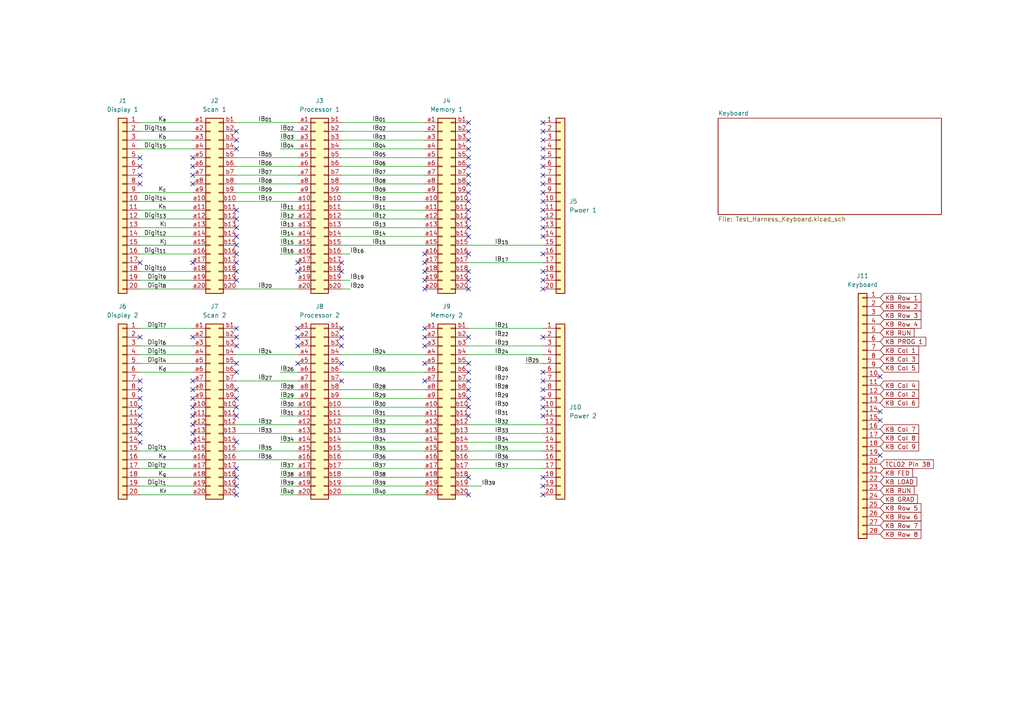
<source format=kicad_sch>
(kicad_sch (version 20250114) (generator "eeschema") (generator_version "9.0")
  (paper "A4")
  (lib_symbols
    (symbol "Connector_Generic:Conn_01x20" (pin_names (offset 1.016) (hide yes))
      (property "Reference" "J" (at 0 25.4 0))
      (property "Value" "Conn_01x20" (at 0 -27.94 0))
      (symbol "Conn_01x20_1_1"
        (rectangle (start -1.27 24.13) (end 1.27 -26.67) (stroke (width 0.254)) (fill (type background)))
        (rectangle (start -1.27 22.987) (end 0 22.733) (stroke (width 0.1524)))
        (rectangle (start -1.27 20.447) (end 0 20.193) (stroke (width 0.1524)))
        (rectangle (start -1.27 17.907) (end 0 17.653) (stroke (width 0.1524)))
        (rectangle (start -1.27 15.367) (end 0 15.113) (stroke (width 0.1524)))
        (rectangle (start -1.27 12.827) (end 0 12.573) (stroke (width 0.1524)))
        (rectangle (start -1.27 10.287) (end 0 10.033) (stroke (width 0.1524)))
        (rectangle (start -1.27 7.747) (end 0 7.493) (stroke (width 0.1524)))
        (rectangle (start -1.27 5.207) (end 0 4.953) (stroke (width 0.1524)))
        (rectangle (start -1.27 2.667) (end 0 2.413) (stroke (width 0.1524)))
        (rectangle (start -1.27 0.127) (end 0 -0.127) (stroke (width 0.1524)))
        (rectangle (start -1.27 -2.413) (end 0 -2.667) (stroke (width 0.1524)))
        (rectangle (start -1.27 -4.953) (end 0 -5.207) (stroke (width 0.1524)))
        (rectangle (start -1.27 -7.493) (end 0 -7.747) (stroke (width 0.1524)))
        (rectangle (start -1.27 -10.033) (end 0 -10.287) (stroke (width 0.1524)))
        (rectangle (start -1.27 -12.573) (end 0 -12.827) (stroke (width 0.1524)))
        (rectangle (start -1.27 -15.113) (end 0 -15.367) (stroke (width 0.1524)))
        (rectangle (start -1.27 -17.653) (end 0 -17.907) (stroke (width 0.1524)))
        (rectangle (start -1.27 -20.193) (end 0 -20.447) (stroke (width 0.1524)))
        (rectangle (start -1.27 -22.733) (end 0 -22.987) (stroke (width 0.1524)))
        (rectangle (start -1.27 -25.273) (end 0 -25.527) (stroke (width 0.1524)))
        (pin passive line (at -5.08 22.86 0) (length 3.81) (name "Pin_1") (number "1"))
        (pin passive line (at -5.08 20.32 0) (length 3.81) (name "Pin_2") (number "2"))
        (pin passive line (at -5.08 17.78 0) (length 3.81) (name "Pin_3") (number "3"))
        (pin passive line (at -5.08 15.24 0) (length 3.81) (name "Pin_4") (number "4"))
        (pin passive line (at -5.08 12.7 0) (length 3.81) (name "Pin_5") (number "5"))
        (pin passive line (at -5.08 10.16 0) (length 3.81) (name "Pin_6") (number "6"))
        (pin passive line (at -5.08 7.62 0) (length 3.81) (name "Pin_7") (number "7"))
        (pin passive line (at -5.08 5.08 0) (length 3.81) (name "Pin_8") (number "8"))
        (pin passive line (at -5.08 2.54 0) (length 3.81) (name "Pin_9") (number "9"))
        (pin passive line (at -5.08 0 0) (length 3.81) (name "Pin_10") (number "10"))
        (pin passive line (at -5.08 -2.54 0) (length 3.81) (name "Pin_11") (number "11"))
        (pin passive line (at -5.08 -5.08 0) (length 3.81) (name "Pin_12") (number "12"))
        (pin passive line (at -5.08 -7.62 0) (length 3.81) (name "Pin_13") (number "13"))
        (pin passive line (at -5.08 -10.16 0) (length 3.81) (name "Pin_14") (number "14"))
        (pin passive line (at -5.08 -12.7 0) (length 3.81) (name "Pin_15") (number "15"))
        (pin passive line (at -5.08 -15.24 0) (length 3.81) (name "Pin_16") (number "16"))
        (pin passive line (at -5.08 -17.78 0) (length 3.81) (name "Pin_17") (number "17"))
        (pin passive line (at -5.08 -20.32 0) (length 3.81) (name "Pin_18") (number "18"))
        (pin passive line (at -5.08 -22.86 0) (length 3.81) (name "Pin_19") (number "19"))
        (pin passive line (at -5.08 -25.4 0) (length 3.81) (name "Pin_20") (number "20"))
      )
    )
    (symbol "Connector_Generic:Conn_01x28" (pin_names (offset 1.016) (hide yes))
      (property "Reference" "J" (at 0 35.56 0))
      (property "Value" "Conn_01x28" (at 0 -38.1 0))
      (symbol "Conn_01x28_1_1"
        (rectangle (start -1.27 34.29) (end 1.27 -36.83) (stroke (width 0.254)) (fill (type background)))
        (rectangle (start -1.27 33.147) (end 0 32.893) (stroke (width 0.1524)))
        (rectangle (start -1.27 30.607) (end 0 30.353) (stroke (width 0.1524)))
        (rectangle (start -1.27 28.067) (end 0 27.813) (stroke (width 0.1524)))
        (rectangle (start -1.27 25.527) (end 0 25.273) (stroke (width 0.1524)))
        (rectangle (start -1.27 22.987) (end 0 22.733) (stroke (width 0.1524)))
        (rectangle (start -1.27 20.447) (end 0 20.193) (stroke (width 0.1524)))
        (rectangle (start -1.27 17.907) (end 0 17.653) (stroke (width 0.1524)))
        (rectangle (start -1.27 15.367) (end 0 15.113) (stroke (width 0.1524)))
        (rectangle (start -1.27 12.827) (end 0 12.573) (stroke (width 0.1524)))
        (rectangle (start -1.27 10.287) (end 0 10.033) (stroke (width 0.1524)))
        (rectangle (start -1.27 7.747) (end 0 7.493) (stroke (width 0.1524)))
        (rectangle (start -1.27 5.207) (end 0 4.953) (stroke (width 0.1524)))
        (rectangle (start -1.27 2.667) (end 0 2.413) (stroke (width 0.1524)))
        (rectangle (start -1.27 0.127) (end 0 -0.127) (stroke (width 0.1524)))
        (rectangle (start -1.27 -2.413) (end 0 -2.667) (stroke (width 0.1524)))
        (rectangle (start -1.27 -4.953) (end 0 -5.207) (stroke (width 0.1524)))
        (rectangle (start -1.27 -7.493) (end 0 -7.747) (stroke (width 0.1524)))
        (rectangle (start -1.27 -10.033) (end 0 -10.287) (stroke (width 0.1524)))
        (rectangle (start -1.27 -12.573) (end 0 -12.827) (stroke (width 0.1524)))
        (rectangle (start -1.27 -15.113) (end 0 -15.367) (stroke (width 0.1524)))
        (rectangle (start -1.27 -17.653) (end 0 -17.907) (stroke (width 0.1524)))
        (rectangle (start -1.27 -20.193) (end 0 -20.447) (stroke (width 0.1524)))
        (rectangle (start -1.27 -22.733) (end 0 -22.987) (stroke (width 0.1524)))
        (rectangle (start -1.27 -25.273) (end 0 -25.527) (stroke (width 0.1524)))
        (rectangle (start -1.27 -27.813) (end 0 -28.067) (stroke (width 0.1524)))
        (rectangle (start -1.27 -30.353) (end 0 -30.607) (stroke (width 0.1524)))
        (rectangle (start -1.27 -32.893) (end 0 -33.147) (stroke (width 0.1524)))
        (rectangle (start -1.27 -35.433) (end 0 -35.687) (stroke (width 0.1524)))
        (pin passive line (at -5.08 33.02 0) (length 3.81) (name "Pin_1") (number "1"))
        (pin passive line (at -5.08 30.48 0) (length 3.81) (name "Pin_2") (number "2"))
        (pin passive line (at -5.08 27.94 0) (length 3.81) (name "Pin_3") (number "3"))
        (pin passive line (at -5.08 25.4 0) (length 3.81) (name "Pin_4") (number "4"))
        (pin passive line (at -5.08 22.86 0) (length 3.81) (name "Pin_5") (number "5"))
        (pin passive line (at -5.08 20.32 0) (length 3.81) (name "Pin_6") (number "6"))
        (pin passive line (at -5.08 17.78 0) (length 3.81) (name "Pin_7") (number "7"))
        (pin passive line (at -5.08 15.24 0) (length 3.81) (name "Pin_8") (number "8"))
        (pin passive line (at -5.08 12.7 0) (length 3.81) (name "Pin_9") (number "9"))
        (pin passive line (at -5.08 10.16 0) (length 3.81) (name "Pin_10") (number "10"))
        (pin passive line (at -5.08 7.62 0) (length 3.81) (name "Pin_11") (number "11"))
        (pin passive line (at -5.08 5.08 0) (length 3.81) (name "Pin_12") (number "12"))
        (pin passive line (at -5.08 2.54 0) (length 3.81) (name "Pin_13") (number "13"))
        (pin passive line (at -5.08 0 0) (length 3.81) (name "Pin_14") (number "14"))
        (pin passive line (at -5.08 -2.54 0) (length 3.81) (name "Pin_15") (number "15"))
        (pin passive line (at -5.08 -5.08 0) (length 3.81) (name "Pin_16") (number "16"))
        (pin passive line (at -5.08 -7.62 0) (length 3.81) (name "Pin_17") (number "17"))
        (pin passive line (at -5.08 -10.16 0) (length 3.81) (name "Pin_18") (number "18"))
        (pin passive line (at -5.08 -12.7 0) (length 3.81) (name "Pin_19") (number "19"))
        (pin passive line (at -5.08 -15.24 0) (length 3.81) (name "Pin_20") (number "20"))
        (pin passive line (at -5.08 -17.78 0) (length 3.81) (name "Pin_21") (number "21"))
        (pin passive line (at -5.08 -20.32 0) (length 3.81) (name "Pin_22") (number "22"))
        (pin passive line (at -5.08 -22.86 0) (length 3.81) (name "Pin_23") (number "23"))
        (pin passive line (at -5.08 -25.4 0) (length 3.81) (name "Pin_24") (number "24"))
        (pin passive line (at -5.08 -27.94 0) (length 3.81) (name "Pin_25") (number "25"))
        (pin passive line (at -5.08 -30.48 0) (length 3.81) (name "Pin_26") (number "26"))
        (pin passive line (at -5.08 -33.02 0) (length 3.81) (name "Pin_27") (number "27"))
        (pin passive line (at -5.08 -35.56 0) (length 3.81) (name "Pin_28") (number "28"))
      )
    )
    (symbol "Connector_Generic:Conn_02x20_Row_Letter_First" (pin_names (offset 1.016) (hide yes))
      (property "Reference" "J" (at 1.27 25.4 0))
      (property "Value" "Conn_02x20_Row_Letter_First" (at 1.27 -27.94 0))
      (symbol "Conn_02x20_Row_Letter_First_1_1"
        (rectangle (start -1.27 24.13) (end 3.81 -26.67) (stroke (width 0.254)) (fill (type background)))
        (rectangle (start -1.27 22.987) (end 0 22.733) (stroke (width 0.1524)))
        (rectangle (start -1.27 20.447) (end 0 20.193) (stroke (width 0.1524)))
        (rectangle (start -1.27 17.907) (end 0 17.653) (stroke (width 0.1524)))
        (rectangle (start -1.27 15.367) (end 0 15.113) (stroke (width 0.1524)))
        (rectangle (start -1.27 12.827) (end 0 12.573) (stroke (width 0.1524)))
        (rectangle (start -1.27 10.287) (end 0 10.033) (stroke (width 0.1524)))
        (rectangle (start -1.27 7.747) (end 0 7.493) (stroke (width 0.1524)))
        (rectangle (start -1.27 5.207) (end 0 4.953) (stroke (width 0.1524)))
        (rectangle (start -1.27 2.667) (end 0 2.413) (stroke (width 0.1524)))
        (rectangle (start -1.27 0.127) (end 0 -0.127) (stroke (width 0.1524)))
        (rectangle (start -1.27 -2.413) (end 0 -2.667) (stroke (width 0.1524)))
        (rectangle (start -1.27 -4.953) (end 0 -5.207) (stroke (width 0.1524)))
        (rectangle (start -1.27 -7.493) (end 0 -7.747) (stroke (width 0.1524)))
        (rectangle (start -1.27 -10.033) (end 0 -10.287) (stroke (width 0.1524)))
        (rectangle (start -1.27 -12.573) (end 0 -12.827) (stroke (width 0.1524)))
        (rectangle (start -1.27 -15.113) (end 0 -15.367) (stroke (width 0.1524)))
        (rectangle (start -1.27 -17.653) (end 0 -17.907) (stroke (width 0.1524)))
        (rectangle (start -1.27 -20.193) (end 0 -20.447) (stroke (width 0.1524)))
        (rectangle (start -1.27 -22.733) (end 0 -22.987) (stroke (width 0.1524)))
        (rectangle (start -1.27 -25.273) (end 0 -25.527) (stroke (width 0.1524)))
        (rectangle (start 3.81 22.987) (end 2.54 22.733) (stroke (width 0.1524)))
        (rectangle (start 3.81 20.447) (end 2.54 20.193) (stroke (width 0.1524)))
        (rectangle (start 3.81 17.907) (end 2.54 17.653) (stroke (width 0.1524)))
        (rectangle (start 3.81 15.367) (end 2.54 15.113) (stroke (width 0.1524)))
        (rectangle (start 3.81 12.827) (end 2.54 12.573) (stroke (width 0.1524)))
        (rectangle (start 3.81 10.287) (end 2.54 10.033) (stroke (width 0.1524)))
        (rectangle (start 3.81 7.747) (end 2.54 7.493) (stroke (width 0.1524)))
        (rectangle (start 3.81 5.207) (end 2.54 4.953) (stroke (width 0.1524)))
        (rectangle (start 3.81 2.667) (end 2.54 2.413) (stroke (width 0.1524)))
        (rectangle (start 3.81 0.127) (end 2.54 -0.127) (stroke (width 0.1524)))
        (rectangle (start 3.81 -2.413) (end 2.54 -2.667) (stroke (width 0.1524)))
        (rectangle (start 3.81 -4.953) (end 2.54 -5.207) (stroke (width 0.1524)))
        (rectangle (start 3.81 -7.493) (end 2.54 -7.747) (stroke (width 0.1524)))
        (rectangle (start 3.81 -10.033) (end 2.54 -10.287) (stroke (width 0.1524)))
        (rectangle (start 3.81 -12.573) (end 2.54 -12.827) (stroke (width 0.1524)))
        (rectangle (start 3.81 -15.113) (end 2.54 -15.367) (stroke (width 0.1524)))
        (rectangle (start 3.81 -17.653) (end 2.54 -17.907) (stroke (width 0.1524)))
        (rectangle (start 3.81 -20.193) (end 2.54 -20.447) (stroke (width 0.1524)))
        (rectangle (start 3.81 -22.733) (end 2.54 -22.987) (stroke (width 0.1524)))
        (rectangle (start 3.81 -25.273) (end 2.54 -25.527) (stroke (width 0.1524)))
        (pin passive line (at -5.08 22.86 0) (length 3.81) (name "Pin_a1") (number "a1"))
        (pin passive line (at -5.08 20.32 0) (length 3.81) (name "Pin_a2") (number "a2"))
        (pin passive line (at -5.08 17.78 0) (length 3.81) (name "Pin_a3") (number "a3"))
        (pin passive line (at -5.08 15.24 0) (length 3.81) (name "Pin_a4") (number "a4"))
        (pin passive line (at -5.08 12.7 0) (length 3.81) (name "Pin_a5") (number "a5"))
        (pin passive line (at -5.08 10.16 0) (length 3.81) (name "Pin_a6") (number "a6"))
        (pin passive line (at -5.08 7.62 0) (length 3.81) (name "Pin_a7") (number "a7"))
        (pin passive line (at -5.08 5.08 0) (length 3.81) (name "Pin_a8") (number "a8"))
        (pin passive line (at -5.08 2.54 0) (length 3.81) (name "Pin_a9") (number "a9"))
        (pin passive line (at -5.08 0 0) (length 3.81) (name "Pin_a10") (number "a10"))
        (pin passive line (at -5.08 -2.54 0) (length 3.81) (name "Pin_a11") (number "a11"))
        (pin passive line (at -5.08 -5.08 0) (length 3.81) (name "Pin_a12") (number "a12"))
        (pin passive line (at -5.08 -7.62 0) (length 3.81) (name "Pin_a13") (number "a13"))
        (pin passive line (at -5.08 -10.16 0) (length 3.81) (name "Pin_a14") (number "a14"))
        (pin passive line (at -5.08 -12.7 0) (length 3.81) (name "Pin_a15") (number "a15"))
        (pin passive line (at -5.08 -15.24 0) (length 3.81) (name "Pin_a16") (number "a16"))
        (pin passive line (at -5.08 -17.78 0) (length 3.81) (name "Pin_a17") (number "a17"))
        (pin passive line (at -5.08 -20.32 0) (length 3.81) (name "Pin_a18") (number "a18"))
        (pin passive line (at -5.08 -22.86 0) (length 3.81) (name "Pin_a19") (number "a19"))
        (pin passive line (at -5.08 -25.4 0) (length 3.81) (name "Pin_a20") (number "a20"))
        (pin passive line (at 7.62 22.86 180) (length 3.81) (name "Pin_b1") (number "b1"))
        (pin passive line (at 7.62 20.32 180) (length 3.81) (name "Pin_b2") (number "b2"))
        (pin passive line (at 7.62 17.78 180) (length 3.81) (name "Pin_b3") (number "b3"))
        (pin passive line (at 7.62 15.24 180) (length 3.81) (name "Pin_b4") (number "b4"))
        (pin passive line (at 7.62 12.7 180) (length 3.81) (name "Pin_b5") (number "b5"))
        (pin passive line (at 7.62 10.16 180) (length 3.81) (name "Pin_b6") (number "b6"))
        (pin passive line (at 7.62 7.62 180) (length 3.81) (name "Pin_b7") (number "b7"))
        (pin passive line (at 7.62 5.08 180) (length 3.81) (name "Pin_b8") (number "b8"))
        (pin passive line (at 7.62 2.54 180) (length 3.81) (name "Pin_b9") (number "b9"))
        (pin passive line (at 7.62 0 180) (length 3.81) (name "Pin_b10") (number "b10"))
        (pin passive line (at 7.62 -2.54 180) (length 3.81) (name "Pin_b11") (number "b11"))
        (pin passive line (at 7.62 -5.08 180) (length 3.81) (name "Pin_b12") (number "b12"))
        (pin passive line (at 7.62 -7.62 180) (length 3.81) (name "Pin_b13") (number "b13"))
        (pin passive line (at 7.62 -10.16 180) (length 3.81) (name "Pin_b14") (number "b14"))
        (pin passive line (at 7.62 -12.7 180) (length 3.81) (name "Pin_b15") (number "b15"))
        (pin passive line (at 7.62 -15.24 180) (length 3.81) (name "Pin_b16") (number "b16"))
        (pin passive line (at 7.62 -17.78 180) (length 3.81) (name "Pin_b17") (number "b17"))
        (pin passive line (at 7.62 -20.32 180) (length 3.81) (name "Pin_b18") (number "b18"))
        (pin passive line (at 7.62 -22.86 180) (length 3.81) (name "Pin_b19") (number "b19"))
        (pin passive line (at 7.62 -25.4 180) (length 3.81) (name "Pin_b20") (number "b20"))
      )
    )
  )
  (no_connect (at 157.48 43.18))
  (no_connect (at 157.48 68.58))
  (no_connect (at 40.64 115.57))
  (no_connect (at 123.19 76.2))
  (no_connect (at 135.89 118.11))
  (no_connect (at 68.58 68.58))
  (no_connect (at 68.58 95.25))
  (no_connect (at 123.19 97.79))
  (no_connect (at 40.64 120.65))
  (no_connect (at 40.64 76.2))
  (no_connect (at 157.48 53.34))
  (no_connect (at 157.48 118.11))
  (no_connect (at 157.48 78.74))
  (no_connect (at 40.64 123.19))
  (no_connect (at 68.58 60.96))
  (no_connect (at 40.64 110.49))
  (no_connect (at 157.48 58.42))
  (no_connect (at 123.19 81.28))
  (no_connect (at 123.19 78.74))
  (no_connect (at 55.88 110.49))
  (no_connect (at 157.48 45.72))
  (no_connect (at 55.88 50.8))
  (no_connect (at 55.88 45.72))
  (no_connect (at 86.36 95.25))
  (no_connect (at 135.89 68.58))
  (no_connect (at 55.88 125.73))
  (no_connect (at 157.48 55.88))
  (no_connect (at 135.89 83.82))
  (no_connect (at 55.88 128.27))
  (no_connect (at 135.89 97.79))
  (no_connect (at 99.06 110.49))
  (no_connect (at 135.89 40.64))
  (no_connect (at 157.48 63.5))
  (no_connect (at 157.48 40.64))
  (no_connect (at 135.89 60.96))
  (no_connect (at 135.89 138.43))
  (no_connect (at 123.19 83.82))
  (no_connect (at 40.64 118.11))
  (no_connect (at 157.48 143.51))
  (no_connect (at 135.89 63.5))
  (no_connect (at 68.58 143.51))
  (no_connect (at 157.48 110.49))
  (no_connect (at 135.89 35.56))
  (no_connect (at 255.27 119.38))
  (no_connect (at 255.27 121.92))
  (no_connect (at 68.58 128.27))
  (no_connect (at 135.89 38.1))
  (no_connect (at 135.89 43.18))
  (no_connect (at 68.58 40.64))
  (no_connect (at 40.64 50.8))
  (no_connect (at 55.88 113.03))
  (no_connect (at 157.48 115.57))
  (no_connect (at 135.89 81.28))
  (no_connect (at 55.88 76.2))
  (no_connect (at 68.58 71.12))
  (no_connect (at 55.88 97.79))
  (no_connect (at 55.88 120.65))
  (no_connect (at 99.06 105.41))
  (no_connect (at 157.48 66.04))
  (no_connect (at 157.48 107.95))
  (no_connect (at 99.06 76.2))
  (no_connect (at 157.48 97.79))
  (no_connect (at 68.58 66.04))
  (no_connect (at 86.36 78.74))
  (no_connect (at 86.36 97.79))
  (no_connect (at 68.58 63.5))
  (no_connect (at 86.36 105.41))
  (no_connect (at 40.64 125.73))
  (no_connect (at 135.89 45.72))
  (no_connect (at 135.89 115.57))
  (no_connect (at 135.89 110.49))
  (no_connect (at 135.89 66.04))
  (no_connect (at 55.88 48.26))
  (no_connect (at 157.48 83.82))
  (no_connect (at 157.48 140.97))
  (no_connect (at 99.06 78.74))
  (no_connect (at 157.48 60.96))
  (no_connect (at 68.58 73.66))
  (no_connect (at 99.06 97.79))
  (no_connect (at 123.19 100.33))
  (no_connect (at 68.58 100.33))
  (no_connect (at 157.48 73.66))
  (no_connect (at 99.06 95.25))
  (no_connect (at 157.48 48.26))
  (no_connect (at 157.48 138.43))
  (no_connect (at 40.64 113.03))
  (no_connect (at 86.36 76.2))
  (no_connect (at 123.19 110.49))
  (no_connect (at 135.89 58.42))
  (no_connect (at 68.58 120.65))
  (no_connect (at 255.27 109.22))
  (no_connect (at 68.58 115.57))
  (no_connect (at 55.88 53.34))
  (no_connect (at 135.89 78.74))
  (no_connect (at 68.58 97.79))
  (no_connect (at 55.88 115.57))
  (no_connect (at 68.58 113.03))
  (no_connect (at 40.64 48.26))
  (no_connect (at 135.89 113.03))
  (no_connect (at 68.58 78.74))
  (no_connect (at 68.58 43.18))
  (no_connect (at 135.89 143.51))
  (no_connect (at 40.64 128.27))
  (no_connect (at 157.48 50.8))
  (no_connect (at 157.48 35.56))
  (no_connect (at 86.36 100.33))
  (no_connect (at 135.89 107.95))
  (no_connect (at 135.89 120.65))
  (no_connect (at 68.58 140.97))
  (no_connect (at 68.58 138.43))
  (no_connect (at 99.06 100.33))
  (no_connect (at 68.58 38.1))
  (no_connect (at 68.58 76.2))
  (no_connect (at 123.19 95.25))
  (no_connect (at 68.58 118.11))
  (no_connect (at 157.48 81.28))
  (no_connect (at 40.64 53.34))
  (no_connect (at 123.19 73.66))
  (no_connect (at 135.89 50.8))
  (no_connect (at 135.89 55.88))
  (no_connect (at 123.19 105.41))
  (no_connect (at 135.89 73.66))
  (no_connect (at 68.58 105.41))
  (no_connect (at 40.64 45.72))
  (no_connect (at 157.48 120.65))
  (no_connect (at 135.89 48.26))
  (no_connect (at 135.89 53.34))
  (no_connect (at 255.27 132.08))
  (no_connect (at 68.58 135.89))
  (no_connect (at 40.64 97.79))
  (no_connect (at 157.48 113.03))
  (no_connect (at 55.88 118.11))
  (no_connect (at 68.58 81.28))
  (no_connect (at 68.58 107.95))
  (no_connect (at 157.48 38.1))
  (no_connect (at 135.89 105.41))
  (no_connect (at 55.88 123.19))
  (wire (pts (xy 99.06 45.72) (xy 123.19 45.72)))
  (wire (pts (xy 99.06 125.73) (xy 123.19 125.73)))
  (wire (pts (xy 68.58 53.34) (xy 86.36 53.34)))
  (wire (pts (xy 68.58 133.35) (xy 86.36 133.35)))
  (wire (pts (xy 99.06 135.89) (xy 123.19 135.89)))
  (wire (pts (xy 81.28 140.97) (xy 86.36 140.97)))
  (wire (pts (xy 135.89 128.27) (xy 157.48 128.27)))
  (wire (pts (xy 40.64 95.25) (xy 55.88 95.25)))
  (wire (pts (xy 99.06 48.26) (xy 123.19 48.26)))
  (wire (pts (xy 81.28 71.12) (xy 86.36 71.12)))
  (wire (pts (xy 40.64 78.74) (xy 55.88 78.74)))
  (wire (pts (xy 99.06 140.97) (xy 123.19 140.97)))
  (wire (pts (xy 99.06 58.42) (xy 123.19 58.42)))
  (wire (pts (xy 40.64 60.96) (xy 55.88 60.96)))
  (wire (pts (xy 99.06 43.18) (xy 123.19 43.18)))
  (wire (pts (xy 81.28 73.66) (xy 86.36 73.66)))
  (wire (pts (xy 99.06 63.5) (xy 123.19 63.5)))
  (wire (pts (xy 81.28 135.89) (xy 86.36 135.89)))
  (wire (pts (xy 40.64 58.42) (xy 55.88 58.42)))
  (wire (pts (xy 99.06 55.88) (xy 123.19 55.88)))
  (wire (pts (xy 81.28 115.57) (xy 86.36 115.57)))
  (wire (pts (xy 68.58 55.88) (xy 86.36 55.88)))
  (wire (pts (xy 81.28 63.5) (xy 86.36 63.5)))
  (wire (pts (xy 40.64 105.41) (xy 55.88 105.41)))
  (wire (pts (xy 99.06 113.03) (xy 123.19 113.03)))
  (wire (pts (xy 99.06 118.11) (xy 123.19 118.11)))
  (wire (pts (xy 99.06 133.35) (xy 123.19 133.35)))
  (wire (pts (xy 40.64 55.88) (xy 55.88 55.88)))
  (wire (pts (xy 99.06 138.43) (xy 123.19 138.43)))
  (wire (pts (xy 40.64 40.64) (xy 55.88 40.64)))
  (wire (pts (xy 40.64 66.04) (xy 55.88 66.04)))
  (wire (pts (xy 99.06 107.95) (xy 123.19 107.95)))
  (wire (pts (xy 40.64 81.28) (xy 55.88 81.28)))
  (wire (pts (xy 68.58 58.42) (xy 86.36 58.42)))
  (wire (pts (xy 40.64 130.81) (xy 55.88 130.81)))
  (wire (pts (xy 99.06 40.64) (xy 123.19 40.64)))
  (wire (pts (xy 99.06 53.34) (xy 123.19 53.34)))
  (wire (pts (xy 40.64 73.66) (xy 55.88 73.66)))
  (wire (pts (xy 81.28 66.04) (xy 86.36 66.04)))
  (wire (pts (xy 135.89 125.73) (xy 157.48 125.73)))
  (wire (pts (xy 40.64 83.82) (xy 55.88 83.82)))
  (wire (pts (xy 135.89 133.35) (xy 157.48 133.35)))
  (wire (pts (xy 81.28 113.03) (xy 86.36 113.03)))
  (wire (pts (xy 40.64 102.87) (xy 55.88 102.87)))
  (wire (pts (xy 40.64 133.35) (xy 55.88 133.35)))
  (wire (pts (xy 99.06 60.96) (xy 123.19 60.96)))
  (wire (pts (xy 135.89 71.12) (xy 157.48 71.12)))
  (wire (pts (xy 68.58 50.8) (xy 86.36 50.8)))
  (wire (pts (xy 40.64 63.5) (xy 55.88 63.5)))
  (wire (pts (xy 40.64 43.18) (xy 55.88 43.18)))
  (wire (pts (xy 101.6 81.28) (xy 99.06 81.28)))
  (wire (pts (xy 135.89 123.19) (xy 157.48 123.19)))
  (wire (pts (xy 81.28 40.64) (xy 86.36 40.64)))
  (wire (pts (xy 81.28 128.27) (xy 86.36 128.27)))
  (wire (pts (xy 68.58 110.49) (xy 86.36 110.49)))
  (wire (pts (xy 99.06 66.04) (xy 123.19 66.04)))
  (wire (pts (xy 40.64 71.12) (xy 55.88 71.12)))
  (wire (pts (xy 101.6 83.82) (xy 99.06 83.82)))
  (wire (pts (xy 81.28 138.43) (xy 86.36 138.43)))
  (wire (pts (xy 81.28 68.58) (xy 86.36 68.58)))
  (wire (pts (xy 68.58 102.87) (xy 86.36 102.87)))
  (wire (pts (xy 99.06 68.58) (xy 123.19 68.58)))
  (wire (pts (xy 81.28 38.1) (xy 86.36 38.1)))
  (wire (pts (xy 81.28 60.96) (xy 86.36 60.96)))
  (wire (pts (xy 81.28 43.18) (xy 86.36 43.18)))
  (wire (pts (xy 99.06 143.51) (xy 123.19 143.51)))
  (wire (pts (xy 135.89 95.25) (xy 157.48 95.25)))
  (wire (pts (xy 68.58 48.26) (xy 86.36 48.26)))
  (wire (pts (xy 40.64 135.89) (xy 55.88 135.89)))
  (wire (pts (xy 81.28 120.65) (xy 86.36 120.65)))
  (wire (pts (xy 99.06 120.65) (xy 123.19 120.65)))
  (wire (pts (xy 99.06 115.57) (xy 123.19 115.57)))
  (wire (pts (xy 81.28 107.95) (xy 86.36 107.95)))
  (wire (pts (xy 40.64 140.97) (xy 55.88 140.97)))
  (wire (pts (xy 40.64 68.58) (xy 55.88 68.58)))
  (wire (pts (xy 135.89 100.33) (xy 157.48 100.33)))
  (wire (pts (xy 139.7 140.97) (xy 135.89 140.97)))
  (wire (pts (xy 68.58 123.19) (xy 86.36 123.19)))
  (wire (pts (xy 135.89 76.2) (xy 157.48 76.2)))
  (wire (pts (xy 135.89 102.87) (xy 157.48 102.87)))
  (wire (pts (xy 99.06 50.8) (xy 123.19 50.8)))
  (wire (pts (xy 135.89 135.89) (xy 157.48 135.89)))
  (wire (pts (xy 81.28 143.51) (xy 86.36 143.51)))
  (wire (pts (xy 99.06 35.56) (xy 123.19 35.56)))
  (wire (pts (xy 40.64 138.43) (xy 55.88 138.43)))
  (wire (pts (xy 135.89 130.81) (xy 157.48 130.81)))
  (wire (pts (xy 40.64 143.51) (xy 55.88 143.51)))
  (wire (pts (xy 101.6 73.66) (xy 99.06 73.66)))
  (wire (pts (xy 99.06 128.27) (xy 123.19 128.27)))
  (wire (pts (xy 99.06 123.19) (xy 123.19 123.19)))
  (wire (pts (xy 81.28 118.11) (xy 86.36 118.11)))
  (wire (pts (xy 68.58 130.81) (xy 86.36 130.81)))
  (wire (pts (xy 40.64 100.33) (xy 55.88 100.33)))
  (wire (pts (xy 40.64 38.1) (xy 55.88 38.1)))
  (wire (pts (xy 99.06 102.87) (xy 123.19 102.87)))
  (wire (pts (xy 68.58 35.56) (xy 86.36 35.56)))
  (wire (pts (xy 68.58 83.82) (xy 86.36 83.82)))
  (wire (pts (xy 40.64 107.95) (xy 55.88 107.95)))
  (wire (pts (xy 99.06 130.81) (xy 123.19 130.81)))
  (wire (pts (xy 68.58 45.72) (xy 86.36 45.72)))
  (wire (pts (xy 99.06 38.1) (xy 123.19 38.1)))
  (wire (pts (xy 40.64 35.56) (xy 55.88 35.56)))
  (wire (pts (xy 68.58 125.73) (xy 86.36 125.73)))
  (wire (pts (xy 99.06 71.12) (xy 123.19 71.12)))
  (wire (pts (xy 152.4 105.41) (xy 157.48 105.41)))
  (label "Digit_{11}" (at 48.26 73.66 180))
  (label "IB_{26}" (at 107.95 107.95 0))
  (label "IB_{04}" (at 81.28 43.18 0))
  (label "Digit_{15}" (at 48.26 43.18 180))
  (label "IB_{14}" (at 81.28 68.58 0))
  (label "IB_{20}" (at 74.93 83.82 0))
  (label "IB_{38}" (at 81.28 138.43 0))
  (label "IB_{17}" (at 143.51 76.2 0))
  (label "IB_{31}" (at 81.28 120.65 0))
  (label "IB_{33}" (at 74.93 125.73 0))
  (label "Digit_{8}" (at 48.26 83.82 180))
  (label "IB_{25}" (at 152.4 105.41 0))
  (label "IB_{36}" (at 74.93 133.35 0))
  (label "IB_{40}" (at 107.95 143.51 0))
  (label "IB_{32}" (at 107.95 123.19 0))
  (label "IB_{06}" (at 74.93 48.26 0))
  (label "IB_{36}" (at 107.95 133.35 0))
  (label "IB_{09}" (at 74.93 55.88 0))
  (label "K_{d}" (at 48.26 107.95 180))
  (label "IB_{10}" (at 107.95 58.42 0))
  (label "IB_{07}" (at 74.93 50.8 0))
  (label "IB_{05}" (at 74.93 45.72 0))
  (label "IB_{33}" (at 107.95 125.73 0))
  (label "IB_{35}" (at 74.93 130.81 0))
  (label "K_{f}" (at 48.26 143.51 180))
  (label "Digit_{4}" (at 48.26 105.41 180))
  (label "IB_{34}" (at 107.95 128.27 0))
  (label "IB_{21}" (at 143.51 95.25 0))
  (label "IB_{03}" (at 107.95 40.64 0))
  (label "IB_{08}" (at 74.93 53.34 0))
  (label "IB_{39}" (at 81.28 140.97 0))
  (label "IB_{33}" (at 143.51 125.73 0))
  (label "Digit_{13}" (at 48.26 63.5 180))
  (label "IB_{37}" (at 81.28 135.89 0))
  (label "Digit_{10}" (at 48.26 78.74 180))
  (label "IB_{03}" (at 81.28 40.64 0))
  (label "IB_{24}" (at 74.93 102.87 0))
  (label "IB_{23}" (at 143.51 100.33 0))
  (label "IB_{16}" (at 101.6 73.66 0))
  (label "Digit_{1}" (at 48.26 140.97 180))
  (label "K_{i}" (at 48.26 66.04 180))
  (label "IB_{31}" (at 143.51 120.65 0))
  (label "IB_{30}" (at 107.95 118.11 0))
  (label "Digit_{2}" (at 48.26 135.89 180))
  (label "IB_{01}" (at 107.95 35.56 0))
  (label "IB_{39}" (at 107.95 140.97 0))
  (label "IB_{28}" (at 107.95 113.03 0))
  (label "K_{j}" (at 48.26 71.12 180))
  (label "IB_{12}" (at 81.28 63.5 0))
  (label "IB_{02}" (at 81.28 38.1 0))
  (label "IB_{30}" (at 81.28 118.11 0))
  (label "IB_{02}" (at 107.95 38.1 0))
  (label "IB_{26}" (at 81.28 107.95 0))
  (label "Digit_{16}" (at 48.26 38.1 180))
  (label "Digit_{3}" (at 48.26 130.81 180))
  (label "Digit_{6}" (at 48.26 100.33 180))
  (label "IB_{36}" (at 143.51 133.35 0))
  (label "IB_{11}" (at 81.28 60.96 0))
  (label "IB_{27}" (at 143.51 110.49 0))
  (label "K_{h}" (at 48.26 60.96 180))
  (label "IB_{20}" (at 101.6 83.82 0))
  (label "Digit_{9}" (at 48.26 81.28 180))
  (label "IB_{24}" (at 143.51 102.87 0))
  (label "IB_{35}" (at 107.95 130.81 0))
  (label "IB_{19}" (at 101.6 81.28 0))
  (label "IB_{31}" (at 107.95 120.65 0))
  (label "IB_{32}" (at 143.51 123.19 0))
  (label "K_{b}" (at 48.26 40.64 180))
  (label "K_{a}" (at 48.26 35.56 180))
  (label "IB_{35}" (at 143.51 130.81 0))
  (label "IB_{10}" (at 74.93 58.42 0))
  (label "IB_{32}" (at 74.93 123.19 0))
  (label "IB_{15}" (at 107.95 71.12 0))
  (label "IB_{15}" (at 81.28 71.12 0))
  (label "IB_{22}" (at 143.51 97.79 0))
  (label "IB_{04}" (at 107.95 43.18 0))
  (label "IB_{28}" (at 143.51 113.03 0))
  (label "IB_{14}" (at 107.95 68.58 0))
  (label "IB_{13}" (at 81.28 66.04 0))
  (label "IB_{24}" (at 107.95 102.87 0))
  (label "IB_{16}" (at 81.28 73.66 0))
  (label "IB_{13}" (at 107.95 66.04 0))
  (label "IB_{34}" (at 81.28 128.27 0))
  (label "IB_{26}" (at 143.51 107.95 0))
  (label "Digit_{12}" (at 48.26 68.58 180))
  (label "IB_{34}" (at 143.51 128.27 0))
  (label "IB_{05}" (at 107.95 45.72 0))
  (label "IB_{09}" (at 107.95 55.88 0))
  (label "IB_{01}" (at 74.93 35.56 0))
  (label "IB_{11}" (at 107.95 60.96 0))
  (label "IB_{37}" (at 107.95 135.89 0))
  (label "IB_{15}" (at 143.51 71.12 0))
  (label "IB_{29}" (at 81.28 115.57 0))
  (label "Digit_{14}" (at 48.26 58.42 180))
  (label "IB_{40}" (at 81.28 143.51 0))
  (label "K_{c}" (at 48.26 55.88 180))
  (label "IB_{27}" (at 74.93 110.49 0))
  (label "IB_{08}" (at 107.95 53.34 0))
  (label "Digit_{5}" (at 48.26 102.87 180))
  (label "Digit_{7}" (at 48.26 95.25 180))
  (label "IB_{38}" (at 107.95 138.43 0))
  (label "IB_{28}" (at 81.28 113.03 0))
  (label "IB_{29}" (at 143.51 115.57 0))
  (label "IB_{29}" (at 107.95 115.57 0))
  (label "IB_{06}" (at 107.95 48.26 0))
  (label "K_{g}" (at 48.26 138.43 180))
  (label "IB_{30}" (at 143.51 118.11 0))
  (label "IB_{37}" (at 143.51 135.89 0))
  (label "IB_{12}" (at 107.95 63.5 0))
  (label "IB_{07}" (at 107.95 50.8 0))
  (label "IB_{39}" (at 139.7 140.97 0))
  (label "K_{e}" (at 48.26 133.35 180))
  (global_label "KB Row 3" (shape input) (at 255.27 91.44 0) (property "Intersheetrefs" "${INTERSHEET_REFS}" (effects (hide yes))))
  (global_label "KB Col 8" (shape input) (at 255.27 127 0) (property "Intersheetrefs" "${INTERSHEET_REFS}" (effects (hide yes))))
  (global_label "KB Row 6" (shape input) (at 255.27 149.86 0) (property "Intersheetrefs" "${INTERSHEET_REFS}" (effects (hide yes))))
  (global_label "KB Row 1" (shape input) (at 255.27 86.36 0) (property "Intersheetrefs" "${INTERSHEET_REFS}" (effects (hide yes))))
  (global_label "KB Col 3" (shape input) (at 255.27 104.14 0) (property "Intersheetrefs" "${INTERSHEET_REFS}" (effects (hide yes))))
  (global_label "KB Col 2" (shape input) (at 255.27 114.3 0) (property "Intersheetrefs" "${INTERSHEET_REFS}" (effects (hide yes))))
  (global_label "KB Col 4" (shape input) (at 255.27 111.76 0) (property "Intersheetrefs" "${INTERSHEET_REFS}" (effects (hide yes))))
  (global_label "KB Row 2" (shape input) (at 255.27 88.9 0) (property "Intersheetrefs" "${INTERSHEET_REFS}" (effects (hide yes))))
  (global_label "KB LOAD" (shape input) (at 255.27 139.7 0) (property "Intersheetrefs" "${INTERSHEET_REFS}" (effects (hide yes))))
  (global_label "KB FED" (shape input) (at 255.27 137.16 0) (property "Intersheetrefs" "${INTERSHEET_REFS}" (effects (hide yes))))
  (global_label "KB Row 8" (shape input) (at 255.27 154.94 0) (property "Intersheetrefs" "${INTERSHEET_REFS}" (effects (hide yes))))
  (global_label "KB GRAD" (shape input) (at 255.27 144.78 0) (property "Intersheetrefs" "${INTERSHEET_REFS}" (effects (hide yes))))
  (global_label "KB RUN" (shape input) (at 255.27 96.52 0) (property "Intersheetrefs" "${INTERSHEET_REFS}" (effects (hide yes))))
  (global_label "KB Col 1" (shape input) (at 255.27 101.6 0) (property "Intersheetrefs" "${INTERSHEET_REFS}" (effects (hide yes))))
  (global_label "KB RUN" (shape input) (at 255.27 142.24 0) (property "Intersheetrefs" "${INTERSHEET_REFS}" (effects (hide yes))))
  (global_label "KB Col 5" (shape input) (at 255.27 106.68 0) (property "Intersheetrefs" "${INTERSHEET_REFS}" (effects (hide yes))))
  (global_label "TCL02 Pin 38" (shape input) (at 255.27 134.62 0) (property "Intersheetrefs" "${INTERSHEET_REFS}" (effects (hide yes))))
  (global_label "KB Col 7" (shape input) (at 255.27 124.46 0) (property "Intersheetrefs" "${INTERSHEET_REFS}" (effects (hide yes))))
  (global_label "KB Col 9" (shape input) (at 255.27 129.54 0) (property "Intersheetrefs" "${INTERSHEET_REFS}" (effects (hide yes))))
  (global_label "KB Col 6" (shape input) (at 255.27 116.84 0) (property "Intersheetrefs" "${INTERSHEET_REFS}" (effects (hide yes))))
  (global_label "KB Row 5" (shape input) (at 255.27 147.32 0) (property "Intersheetrefs" "${INTERSHEET_REFS}" (effects (hide yes))))
  (global_label "KB PROG 1" (shape input) (at 255.27 99.06 0) (property "Intersheetrefs" "${INTERSHEET_REFS}" (effects (hide yes))))
  (global_label "KB Row 7" (shape input) (at 255.27 152.4 0) (property "Intersheetrefs" "${INTERSHEET_REFS}" (effects (hide yes))))
  (global_label "KB Row 4" (shape input) (at 255.27 93.98 0) (property "Intersheetrefs" "${INTERSHEET_REFS}" (effects (hide yes))))
  (symbol (lib_id "Connector_Generic:Conn_02x20_Row_Letter_First") (at 91.44 118.11 0) (unit 1)
    (property "Reference" "J8" (at 92.71 88.9 0))
    (property "Value" "Processor 2" (at 92.71 91.44 0))
    (property "Footprint" "Compucorp_Test_Harness:TE_5-5530843-4" (effects (hide yes)))
    (property "Description" "Generic connector, double row, 02x20, row letter first pin numbering scheme (pin number consists of a letter for the row and a number for the pin index in this row. a1, ..., aN; b1, ..., bN), script generated (kicad-library-utils/schlib/autogen/connector/)" (effects (hide yes)))
  )
  (symbol (lib_id "Connector_Generic:Conn_02x20_Row_Letter_First") (at 60.96 118.11 0) (unit 1)
    (property "Reference" "J7" (at 62.23 88.9 0))
    (property "Value" "Scan 2" (at 62.23 91.44 0))
    (property "Footprint" "Compucorp_Test_Harness:TE_5-5530843-4" (effects (hide yes)))
    (property "Description" "Generic connector, double row, 02x20, row letter first pin numbering scheme (pin number consists of a letter for the row and a number for the pin index in this row. a1, ..., aN; b1, ..., bN), script generated (kicad-library-utils/schlib/autogen/connector/)" (effects (hide yes)))
  )
  (symbol (lib_id "Connector_Generic:Conn_01x20") (at 35.56 58.42 0) (mirror y) (unit 1)
    (property "Reference" "J1" (at 35.56 29.21 0))
    (property "Value" "Display 1" (at 35.56 31.75 0))
    (property "Description" "Generic connector, single row, 01x20, script generated (kicad-library-utils/schlib/autogen/connector/)" (effects (hide yes)))
  )
  (symbol (lib_id "Connector_Generic:Conn_02x20_Row_Letter_First") (at 128.27 118.11 0) (unit 1)
    (property "Reference" "J9" (at 129.54 88.9 0))
    (property "Value" "Memory 2" (at 129.54 91.44 0))
    (property "Footprint" "Compucorp_Test_Harness:TE_5-5530843-4" (effects (hide yes)))
    (property "Description" "Generic connector, double row, 02x20, row letter first pin numbering scheme (pin number consists of a letter for the row and a number for the pin index in this row. a1, ..., aN; b1, ..., bN), script generated (kicad-library-utils/schlib/autogen/connector/)" (effects (hide yes)))
  )
  (symbol (lib_id "Connector_Generic:Conn_02x20_Row_Letter_First") (at 91.44 58.42 0) (unit 1)
    (property "Reference" "J3" (at 92.71 29.21 0))
    (property "Value" "Processor 1" (at 92.71 31.75 0))
    (property "Footprint" "Compucorp_Test_Harness:TE_5-5530843-4" (effects (hide yes)))
    (property "Description" "Generic connector, double row, 02x20, row letter first pin numbering scheme (pin number consists of a letter for the row and a number for the pin index in this row. a1, ..., aN; b1, ..., bN), script generated (kicad-library-utils/schlib/autogen/connector/)" (effects (hide yes)))
  )
  (symbol (lib_id "Connector_Generic:Conn_01x20") (at 162.56 118.11 0) (unit 1)
    (property "Reference" "J10" (at 165.1 118.1099 0) (effects (justify left)))
    (property "Value" "Power 2" (at 165.1 120.6499 0) (effects (justify left)))
    (property "Footprint" "Compucorp_Test_Harness:TE_5-5530843-4" (effects (hide yes)))
    (property "Description" "Generic connector, single row, 01x20, script generated (kicad-library-utils/schlib/autogen/connector/)" (effects (hide yes)))
  )
  (symbol (lib_id "Connector_Generic:Conn_01x20") (at 35.56 118.11 0) (mirror y) (unit 1)
    (property "Reference" "J6" (at 35.56 88.9 0))
    (property "Value" "Display 2" (at 35.56 91.44 0))
    (property "Description" "Generic connector, single row, 01x20, script generated (kicad-library-utils/schlib/autogen/connector/)" (effects (hide yes)))
  )
  (symbol (lib_id "Connector_Generic:Conn_02x20_Row_Letter_First") (at 60.96 58.42 0) (unit 1)
    (property "Reference" "J2" (at 62.23 29.21 0))
    (property "Value" "Scan 1" (at 62.23 31.75 0))
    (property "Footprint" "Compucorp_Test_Harness:TE_5-5530843-4" (effects (hide yes)))
    (property "Description" "Generic connector, double row, 02x20, row letter first pin numbering scheme (pin number consists of a letter for the row and a number for the pin index in this row. a1, ..., aN; b1, ..., bN), script generated (kicad-library-utils/schlib/autogen/connector/)" (effects (hide yes)))
  )
  (symbol (lib_id "Connector_Generic:Conn_01x28") (at 250.19 119.38 0) (mirror y) (unit 1)
    (property "Reference" "J11" (at 250.19 80.01 0))
    (property "Value" "Keyboard" (at 250.19 82.55 0))
    (property "Description" "Generic connector, single row, 01x28, script generated (kicad-library-utils/schlib/autogen/connector/)" (effects (hide yes)))
  )
  (symbol (lib_id "Connector_Generic:Conn_02x20_Row_Letter_First") (at 128.27 58.42 0) (unit 1)
    (property "Reference" "J4" (at 129.54 29.21 0))
    (property "Value" "Memory 1" (at 129.54 31.75 0))
    (property "Footprint" "Compucorp_Test_Harness:TE_5-5530843-4" (effects (hide yes)))
    (property "Description" "Generic connector, double row, 02x20, row letter first pin numbering scheme (pin number consists of a letter for the row and a number for the pin index in this row. a1, ..., aN; b1, ..., bN), script generated (kicad-library-utils/schlib/autogen/connector/)" (effects (hide yes)))
  )
  (symbol (lib_id "Connector_Generic:Conn_01x20") (at 162.56 58.42 0) (unit 1)
    (property "Reference" "J5" (at 165.1 58.4199 0) (effects (justify left)))
    (property "Value" "Pwoer 1" (at 165.1 60.9599 0) (effects (justify left)))
    (property "Description" "Generic connector, single row, 01x20, script generated (kicad-library-utils/schlib/autogen/connector/)" (effects (hide yes)))
  )
  (sheet (at 208.28 34.29) (size 64.77 27.94) (stroke (width 0.1524))
    (property "Sheetname" "Keyboard" (at 208.28 33.5784 0) (effects (justify left bottom)))
    (property "Sheetfile" "Test_Harness_Keyboard.kicad_sch" (at 208.28 62.8146 0) (effects (justify left top)))
  )
)
</source>
